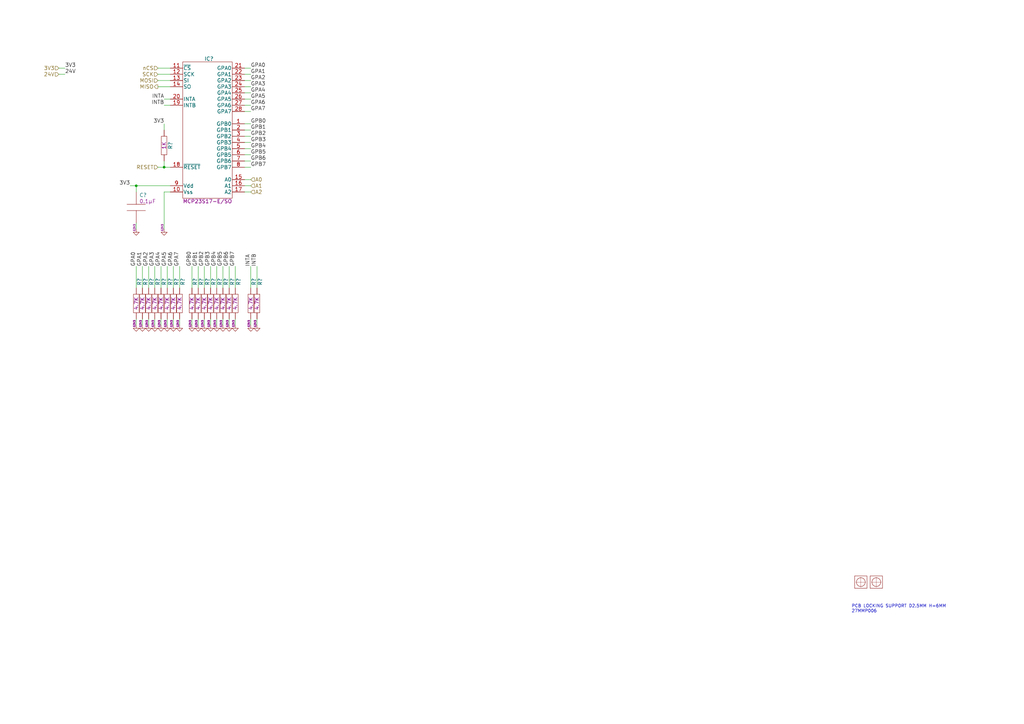
<source format=kicad_sch>
(kicad_sch (version 20230409) (generator eeschema)
  (paper "A3")
  (title_block (title "EOL ECU POWER CARD") (date "2023-04-03") (rev "0B") (company "ARXTRON TECHNOLOGIES") (comment 1 "A0180-V0") (comment 2 "PRJ22180") (comment 3 "EOL ECU RCM8 RCM9") (comment 4 "ANTON TOKARSKYI"))
  (lib_symbols
    (symbol "Capacitor_AVX:06035C104KAZ2A" (pin_numbers hide) (pin_names (offset 1.016))
      (property "Reference" "C" (at -5.08 1.27 90))
      (property "Nominal" "0.1µF" (at -2.54 1.27 90))
      (symbol "06035C104KAZ2A_0_1"
        (polyline (pts (xy -1.27 3.81) (xy -1.27 -3.81)))
        (polyline (pts (xy 1.27 3.81) (xy 1.27 -3.81)))
      )
      (symbol "06035C104KAZ2A_1_1"
        (pin passive line (at -6.35 0 0) (length 5.08) (name "~") (number "1"))
        (pin passive line (at 6.35 0 180) (length 5.08) (name "~") (number "2"))
      )
    )
    (symbol "Microchip:MCP23S17_E_SO" (pin_names (offset 0.254))
      (property "Reference" "IC" (at 0.635 20.32 0))
      (property "ManufacturerPartNumber" "MCP23S17-E/SO" (at 0 -38.1 0))
      (symbol "MCP23S17_E_SO_0_1"
        (rectangle (start -10.16 19.05) (end 10.16 -36.83))
      )
      (symbol "MCP23S17_E_SO_1_1"
        (pin passive line (at 15.24 -6.35 180) (length 5.08) (name "GPB0") (number "1"))
        (pin passive line (at -15.24 -34.29 0) (length 5.08) (name "Vss") (number "10"))
        (pin passive line (at -15.24 16.51 0) (length 5.08) (name "~{CS}") (number "11"))
        (pin passive line (at -15.24 13.97 0) (length 5.08) (name "SCK") (number "12"))
        (pin passive line (at -15.24 11.43 0) (length 5.08) (name "SI") (number "13"))
        (pin passive line (at -15.24 8.89 0) (length 5.08) (name "SO") (number "14"))
        (pin passive line (at 15.24 -29.21 180) (length 5.08) (name "A0") (number "15"))
        (pin passive line (at 15.24 -31.75 180) (length 5.08) (name "A1") (number "16"))
        (pin passive line (at 15.24 -34.29 180) (length 5.08) (name "A2") (number "17"))
        (pin passive line (at -15.24 -24.13 0) (length 5.08) (name "~{RESET}") (number "18"))
        (pin passive line (at -15.24 1.27 0) (length 5.08) (name "INTB") (number "19"))
        (pin passive line (at 15.24 -8.89 180) (length 5.08) (name "GPB1") (number "2"))
        (pin passive line (at -15.24 3.81 0) (length 5.08) (name "INTA") (number "20"))
        (pin passive line (at 15.24 16.51 180) (length 5.08) (name "GPA0") (number "21"))
        (pin passive line (at 15.24 13.97 180) (length 5.08) (name "GPA1") (number "22"))
        (pin passive line (at 15.24 11.43 180) (length 5.08) (name "GPA2") (number "23"))
        (pin passive line (at 15.24 8.89 180) (length 5.08) (name "GPA3") (number "24"))
        (pin passive line (at 15.24 6.35 180) (length 5.08) (name "GPA4") (number "25"))
        (pin passive line (at 15.24 3.81 180) (length 5.08) (name "GPA5") (number "26"))
        (pin passive line (at 15.24 1.27 180) (length 5.08) (name "GPA6") (number "27"))
        (pin passive line (at 15.24 -1.27 180) (length 5.08) (name "GPA7") (number "28"))
        (pin passive line (at 15.24 -11.43 180) (length 5.08) (name "GPB2") (number "3"))
        (pin passive line (at 15.24 -13.97 180) (length 5.08) (name "GPB3") (number "4"))
        (pin passive line (at 15.24 -16.51 180) (length 5.08) (name "GPB4") (number "5"))
        (pin passive line (at 15.24 -19.05 180) (length 5.08) (name "GPB5") (number "6"))
        (pin passive line (at 15.24 -21.59 180) (length 5.08) (name "GPB6") (number "7"))
        (pin passive line (at 15.24 -24.13 180) (length 5.08) (name "GPB7") (number "8"))
        (pin passive line (at -15.24 -31.75 0) (length 5.08) (name "Vdd") (number "9"))
      )
    )
    (symbol "Resistor_Yageo:RC0603FR-071KL" (pin_numbers hide) (pin_names (offset 1.016))
      (property "Reference" "R" (at 0 2.54 0))
      (property "Nominal" "1K" (at 0 0 0))
      (symbol "RC0603FR-071KL_1_1"
        (polyline (pts (xy -3.81 1.143) (xy 3.81 1.143) (xy 3.81 -1.143) (xy -3.81 -1.143) (xy -3.81 1.143)))
        (pin passive line (at -6.35 0 0) (length 2.54) (name "~") (number "1"))
        (pin passive line (at 6.35 0 180) (length 2.54) (name "~") (number "2"))
      )
    )
    (symbol "Resistor_Yageo:RC0603FR-074K7L" (pin_numbers hide) (pin_names (offset 1.016))
      (property "Reference" "R" (at 0 2.54 0))
      (property "Nominal" "4.7K" (at 0 0 0))
      (symbol "RC0603FR-074K7L_1_1"
        (polyline (pts (xy -3.81 1.143) (xy 3.81 1.143) (xy 3.81 -1.143) (xy -3.81 -1.143) (xy -3.81 1.143)))
        (pin passive line (at -6.35 0 0) (length 2.54) (name "~") (number "1"))
        (pin passive line (at 6.35 0 180) (length 2.54) (name "~") (number "2"))
      )
    )
    (symbol "_mounting_hole:MTGNPH250Z345K480" (pin_numbers hide) (pin_names (offset 1.016))
      (symbol "MTGNPH250Z345K480_0_1"
        (rectangle (start -2.54 2.54) (end 2.54 -2.54))
        (polyline (pts (xy -2.032 0) (xy 2.032 0)) (stroke (width 0.0762)))
        (polyline (pts (xy 0 2.032) (xy 0 -2.032)) (stroke (width 0.0762)))
        (circle (center 0 0) (radius 1.8034))
      )
    )
    (symbol "_power_symbol:GND_3V3" (power) (pin_names (offset 0))
      (property "ShortName" "G3V3" (at -0.762 0.635 90))
      (symbol "GND_3V3_0_1"
        (polyline (pts (xy 0 0) (xy 0 -1.27) (xy 1.27 -1.27) (xy 0 -2.54) (xy -1.27 -1.27) (xy 0 -1.27)))
      )
      (symbol "GND_3V3_1_1"
        (pin power_in line (at 0 0 270) (length 0) hide (name "GNDD") (number "1"))
      )
    )
  )
  (junction (at 67.31 68.58))
  (junction (at 55.88 76.2))
  (wire (pts (xy 58.42 118.11) (xy 58.42 109.22)))
  (wire (pts (xy 60.96 118.11) (xy 60.96 109.22)))
  (wire (pts (xy 67.31 93.98) (xy 67.31 78.74)))
  (wire (pts (xy 102.87 33.02) (xy 100.33 33.02)))
  (wire (pts (xy 71.12 118.11) (xy 71.12 109.22)))
  (wire (pts (xy 93.98 118.11) (xy 93.98 109.22)))
  (wire (pts (xy 73.66 133.35) (xy 73.66 130.81)))
  (wire (pts (xy 69.85 27.94) (xy 64.77 27.94)))
  (wire (pts (xy 55.88 76.2) (xy 69.85 76.2)))
  (wire (pts (xy 67.31 78.74) (xy 69.85 78.74)))
  (wire (pts (xy 105.41 109.22) (xy 105.41 118.11)))
  (wire (pts (xy 55.88 78.74) (xy 55.88 76.2)))
  (wire (pts (xy 100.33 66.04) (xy 102.87 66.04)))
  (wire (pts (xy 105.41 133.35) (xy 105.41 130.81)))
  (wire (pts (xy 73.66 118.11) (xy 73.66 109.22)))
  (wire (pts (xy 81.28 133.35) (xy 81.28 130.81)))
  (wire (pts (xy 60.96 133.35) (xy 60.96 130.81)))
  (wire (pts (xy 102.87 45.72) (xy 100.33 45.72)))
  (wire (pts (xy 100.33 58.42) (xy 102.87 58.42)))
  (wire (pts (xy 93.98 133.35) (xy 93.98 130.81)))
  (wire (pts (xy 102.87 55.88) (xy 100.33 55.88)))
  (wire (pts (xy 83.82 118.11) (xy 83.82 109.22)))
  (wire (pts (xy 53.34 76.2) (xy 55.88 76.2)))
  (wire (pts (xy 100.33 43.18) (xy 102.87 43.18)))
  (wire (pts (xy 64.77 68.58) (xy 67.31 68.58)))
  (wire (pts (xy 88.9 118.11) (xy 88.9 109.22)))
  (wire (pts (xy 68.58 133.35) (xy 68.58 130.81)))
  (wire (pts (xy 68.58 118.11) (xy 68.58 109.22)))
  (wire (pts (xy 102.87 133.35) (xy 102.87 130.81)))
  (wire (pts (xy 102.87 73.66) (xy 100.33 73.66)))
  (wire (pts (xy 69.85 68.58) (xy 67.31 68.58)))
  (wire (pts (xy 78.74 118.11) (xy 78.74 109.22)))
  (wire (pts (xy 63.5 118.11) (xy 63.5 109.22)))
  (wire (pts (xy 81.28 118.11) (xy 81.28 109.22)))
  (wire (pts (xy 24.13 30.48) (xy 26.67 30.48)))
  (wire (pts (xy 64.77 30.48) (xy 69.85 30.48)))
  (wire (pts (xy 96.52 118.11) (xy 96.52 109.22)))
  (wire (pts (xy 102.87 50.8) (xy 100.33 50.8)))
  (wire (pts (xy 71.12 133.35) (xy 71.12 130.81)))
  (wire (pts (xy 102.87 68.58) (xy 100.33 68.58)))
  (wire (pts (xy 91.44 133.35) (xy 91.44 130.81)))
  (wire (pts (xy 55.88 133.35) (xy 55.88 130.81)))
  (wire (pts (xy 55.88 118.11) (xy 55.88 109.22)))
  (wire (pts (xy 63.5 133.35) (xy 63.5 130.81)))
  (wire (pts (xy 83.82 133.35) (xy 83.82 130.81)))
  (wire (pts (xy 67.31 68.58) (xy 67.31 66.04)))
  (wire (pts (xy 100.33 53.34) (xy 102.87 53.34)))
  (wire (pts (xy 64.77 35.56) (xy 69.85 35.56)))
  (wire (pts (xy 78.74 133.35) (xy 78.74 130.81)))
  (wire (pts (xy 66.04 118.11) (xy 66.04 109.22)))
  (wire (pts (xy 100.33 35.56) (xy 102.87 35.56)))
  (wire (pts (xy 88.9 133.35) (xy 88.9 130.81)))
  (wire (pts (xy 102.87 63.5) (xy 100.33 63.5)))
  (wire (pts (xy 102.87 109.22) (xy 102.87 118.11)))
  (wire (pts (xy 102.87 40.64) (xy 100.33 40.64)))
  (wire (pts (xy 67.31 50.8) (xy 67.31 53.34)))
  (wire (pts (xy 69.85 40.64) (xy 67.31 40.64)))
  (wire (pts (xy 66.04 133.35) (xy 66.04 130.81)))
  (wire (pts (xy 102.87 78.74) (xy 100.33 78.74)))
  (wire (pts (xy 100.33 30.48) (xy 102.87 30.48)))
  (wire (pts (xy 67.31 43.18) (xy 69.85 43.18)))
  (wire (pts (xy 86.36 118.11) (xy 86.36 109.22)))
  (wire (pts (xy 86.36 133.35) (xy 86.36 130.81)))
  (wire (pts (xy 102.87 27.94) (xy 100.33 27.94)))
  (wire (pts (xy 91.44 118.11) (xy 91.44 109.22)))
  (wire (pts (xy 69.85 33.02) (xy 64.77 33.02)))
  (wire (pts (xy 55.88 91.44) (xy 55.88 93.98)))
  (wire (pts (xy 100.33 76.2) (xy 102.87 76.2)))
  (wire (pts (xy 58.42 133.35) (xy 58.42 130.81)))
  (wire (pts (xy 96.52 133.35) (xy 96.52 130.81)))
  (wire (pts (xy 26.67 27.94) (xy 24.13 27.94)))
  (wire (pts (xy 102.87 60.96) (xy 100.33 60.96)))
  (wire (pts (xy 102.87 38.1) (xy 100.33 38.1)))
  (text "TODO:\n\n- INTERRUPT OUTPUT CAN BE CONFIGURED AS ACTIVE-HIGH, ACTIVE-LOW OR OPEN-DRAIN\n - VSUP (FOR RELAY'S COIL ...) AND 3V3 (MICROCONTROLLER, MCP ...)\n\n\n\n" (at 39.37 -3.81 0) (effects (font (size 3.048 3.048)) (justify left bottom)))
  (text "PCB LOCKING SUPPORT D2.5MM H=6MM  \n27MMP006" (at 349.25 251.46 0) (effects (font (size 1.27 1.27)) (justify left bottom)))
  (label "GPB3" (at 86.36 109.22 90) (effects (font (size 1.524 1.524))))
  (label "GPB5" (at 91.44 109.22 90) (effects (font (size 1.524 1.524))))
  (label "GPA5" (at 102.87 40.64 0) (effects (font (size 1.524 1.524))))
  (label "INTA" (at 67.31 40.64 180) (effects (font (size 1.524 1.524))))
  (label "GPA2" (at 102.87 33.02 0) (effects (font (size 1.524 1.524))))
  (label "GPB5" (at 102.87 63.5 0) (effects (font (size 1.524 1.524))))
  (label "GPA2" (at 60.96 109.22 90) (effects (font (size 1.524 1.524))))
  (label "GPB2" (at 102.87 55.88 0) (effects (font (size 1.524 1.524))))
  (label "GPA5" (at 68.58 109.22 90) (effects (font (size 1.524 1.524))))
  (label "GPA7" (at 73.66 109.22 90) (effects (font (size 1.524 1.524))))
  (label "GPA6" (at 102.87 43.18 0) (effects (font (size 1.524 1.524))))
  (label "GPB6" (at 93.98 109.22 90) (effects (font (size 1.524 1.524))))
  (label "GPB1" (at 102.87 53.34 0) (effects (font (size 1.524 1.524))))
  (label "GPB6" (at 102.87 66.04 0) (effects (font (size 1.524 1.524))))
  (label "GPA3" (at 63.5 109.22 90) (effects (font (size 1.524 1.524))))
  (label "GPA4" (at 102.87 38.1 0) (effects (font (size 1.524 1.524))))
  (label "GPA3" (at 102.87 35.56 0) (effects (font (size 1.524 1.524))))
  (label "GPB0" (at 78.74 109.22 90) (effects (font (size 1.524 1.524))))
  (label "3V3" (at 26.67 27.94 0) (effects (font (size 1.524 1.524))))
  (label "3V3" (at 53.34 76.2 180) (effects (font (size 1.524 1.524))))
  (label "INTB" (at 105.41 109.22 90) (effects (font (size 1.524 1.524))))
  (label "GPA7" (at 102.87 45.72 0) (effects (font (size 1.524 1.524))))
  (label "GPB7" (at 102.87 68.58 0) (effects (font (size 1.524 1.524))))
  (label "24V" (at 26.67 30.48 0) (effects (font (size 1.524 1.524))))
  (label "GPB4" (at 88.9 109.22 90) (effects (font (size 1.524 1.524))))
  (label "GPA0" (at 55.88 109.22 90) (effects (font (size 1.524 1.524))))
  (label "GPB3" (at 102.87 58.42 0) (effects (font (size 1.524 1.524))))
  (label "GPA1" (at 102.87 30.48 0) (effects (font (size 1.524 1.524))))
  (label "GPB1" (at 81.28 109.22 90) (effects (font (size 1.524 1.524))))
  (label "3V3" (at 67.31 50.8 180) (effects (font (size 1.524 1.524))))
  (label "GPA4" (at 66.04 109.22 90) (effects (font (size 1.524 1.524))))
  (label "GPA6" (at 71.12 109.22 90) (effects (font (size 1.524 1.524))))
  (label "GPA1" (at 58.42 109.22 90) (effects (font (size 1.524 1.524))))
  (label "GPA0" (at 102.87 27.94 0) (effects (font (size 1.524 1.524))))
  (label "INTB" (at 67.31 43.18 180) (effects (font (size 1.524 1.524))))
  (label "INTA" (at 102.87 109.22 90) (effects (font (size 1.524 1.524))))
  (label "GPB4" (at 102.87 60.96 0) (effects (font (size 1.524 1.524))))
  (label "GPB2" (at 83.82 109.22 90) (effects (font (size 1.524 1.524))))
  (label "GPB0" (at 102.87 50.8 0) (effects (font (size 1.524 1.524))))
  (label "GPB7" (at 96.52 109.22 90) (effects (font (size 1.524 1.524))))
  (hierarchical_label "A0" (shape input) (at 102.87 73.66 0) (effects (font (size 1.524 1.524))))
  (hierarchical_label "3V3" (shape input) (at 24.13 27.94 180) (effects (font (size 1.524 1.524))))
  (hierarchical_label "SCK" (shape input) (at 64.77 30.48 180) (effects (font (size 1.524 1.524))))
  (hierarchical_label "nCS" (shape input) (at 64.77 27.94 180) (effects (font (size 1.524 1.524))))
  (hierarchical_label "A1" (shape input) (at 102.87 76.2 0) (effects (font (size 1.524 1.524))))
  (hierarchical_label "MISO" (shape output) (at 64.77 35.56 180) (effects (font (size 1.524 1.524))))
  (hierarchical_label "RESET" (shape input) (at 64.77 68.58 180) (effects (font (size 1.524 1.524))))
  (hierarchical_label "A2" (shape input) (at 102.87 78.74 0) (effects (font (size 1.524 1.524))))
  (hierarchical_label "MOSI" (shape input) (at 64.77 33.02 180) (effects (font (size 1.524 1.524))))
  (hierarchical_label "24V" (shape input) (at 24.13 30.48 180) (effects (font (size 1.524 1.524))))
  (symbol (lib_id "Capacitor_AVX:06035C104KAZ2A") (at 55.88 85.09 270) (unit 1)
    (property "Reference" "C?" (at 57.15 80.01 90) (effects (font (size 1.524 1.524)) (justify left)))
    (property "Value" "06035C104KAZ2A" (effects hide))
    (property "Footprint" "Capacitor_AVX:CAPC1608X90N" (effects hide))
    (property "Tolerance" "±10%" (effects hide))
    (property "Nominal" "0.1µF" (at 57.15 82.55 90) (effects (font (size 1.524 1.524)) (justify left)))
    (property "SupplierDevicePackage" "C0603" (effects hide))
    (property "Voltage" "50V" (effects hide))
    (property "SupllierPartNumber" "478-3352-1-ND" (effects hide))
    (property "Supplier" "Digi-Key" (effects hide))
    (property "ManufacturerPartNumber" "06035C104KAZ2A" (effects hide))
    (property "Manufacturer" "AVX Corporation" (effects hide))
    (property "Type" "X7R" (effects hide))
    (property "Description" "CAP CER 0.1UF 50V X7R 0603" (effects hide))
    (property "SupplierPartNumber" "478-3540-1-ND" (effects hide))
    (instances (project "A0180_eol_ecu_mix" (path "" (reference "C?") (unit 1)) (path "" (reference "C?") (unit 1)) (path "" (reference "C?") (unit 1)) (path "" (reference "C69") (unit 1)) (path "" (reference "C1") (unit 1)) (path "" (reference "C37") (unit 1))))
  )
  (symbol (lib_id "Resistor_Yageo:RC0603FR-074K7L") (at 86.36 124.46 270) (unit 1)
    (property "Reference" "R?" (at 87.63 115.57 0) (effects (font (size 1.524 1.524))))
    (property "Value" "RC0603FR-074K7L" (effects hide))
    (property "Footprint" "Resistor_Yageo_RC:RESC1608X65N" (effects hide))
    (property "SupplierDevicePackage" "R0603" (effects hide))
    (property "ManufacturerPartNumber" "RC0603FR-074K7L" (effects hide))
    (property "SupllierPartNumber" "311-4.7KARCT-ND" (effects hide))
    (property "Supplier" "Digi-Key" (effects hide))
    (property "Power" "1/10W" (effects hide))
    (property "Nominal" "4.7K" (at 86.36 124.46 0) (effects (font (size 1.524 1.524))))
    (property "Manufacturer" "Yageo" (effects hide))
    (property "Tolerance" "5%" (effects hide))
    (property "Description" "RES SMD 4.7K OHM 1% 1/10W 0603" (effects hide))
    (property "SupplierPartNumber" "311-4.70KHRTR-ND" (effects hide))
    (instances (project "A0180_eol_ecu_mix" (path "" (reference "R?") (unit 1)) (path "" (reference "R340") (unit 1)) (path "" (reference "R65") (unit 1)) (path "" (reference "R131") (unit 1))))
  )
  (symbol (lib_id "_power_symbol:GND_3V3") (at 66.04 133.35 0) (unit 1)
    (property "Reference" "#PWR?" (effects hide))
    (property "Value" "GNDD" (effects hide))
    (property "ShortName" "G3V3" (at 65.278 132.715 90) (effects (font (size 0.762 0.762))))
    (instances (project "A0180_eol_ecu_mix" (path "" (reference "#PWR?") (unit 1)) (path "" (reference "#PWR0219") (unit 1)) (path "" (reference "#PWR040") (unit 1)) (path "" (reference "#PWR0192") (unit 1))))
  )
  (symbol (lib_id "_power_symbol:GND_3V3") (at 63.5 133.35 0) (unit 1)
    (property "Reference" "#PWR?" (effects hide))
    (property "Value" "GNDD" (effects hide))
    (property "ShortName" "G3V3" (at 62.738 132.715 90) (effects (font (size 0.762 0.762))))
    (instances (project "A0180_eol_ecu_mix" (path "" (reference "#PWR?") (unit 1)) (path "" (reference "#PWR0218") (unit 1)) (path "" (reference "#PWR018") (unit 1)) (path "" (reference "#PWR0191") (unit 1))))
  )
  (symbol (lib_id "Microchip:MCP23S17_E_SO") (at 85.09 44.45 0) (unit 1)
    (property "Reference" "IC?" (at 85.725 24.13 0) (effects (font (size 1.524 1.524))))
    (property "Value" "MCP23S17_E_SO" (effects hide))
    (property "Footprint" "_Microchip:SOIC28P127_1786X1034X264L83X43N" (effects hide))
    (property "SupplierDevicePackage" "28-SOIC (0.295\" 7.50mm Width)" (effects hide))
    (property "SupllierPartNumber" "MCP23S17-E/SO-ND" (effects hide))
    (property "Supplier" "Digi-Key" (effects hide))
    (property "ManufacturerPartNumber" "MCP23S17-E/SO" (at 85.09 82.55 0) (effects (font (size 1.524 1.524))))
    (property "Manufacturer" "Microchip Technology" (effects hide))
    (property "Description" "IC I/O EXPANDER SPI 16B 28SOIC" (effects hide))
    (property "SupplierPartNumber" "MCP23S17-E/SO-ND" (effects hide))
    (instances (project "A0180_eol_ecu_mix" (path "" (reference "IC?") (unit 1)) (path "" (reference "IC?") (unit 1)) (path "" (reference "IC9") (unit 1)) (path "" (reference "IC3") (unit 1)) (path "" (reference "IC4") (unit 1))))
  )
  (symbol (lib_id "_power_symbol:GND_3V3") (at 60.96 133.35 0) (unit 1)
    (property "Reference" "#PWR?" (effects hide))
    (property "Value" "GNDD" (effects hide))
    (property "ShortName" "G3V3" (at 60.198 132.715 90) (effects (font (size 0.762 0.762))))
    (instances (project "A0180_eol_ecu_mix" (path "" (reference "#PWR?") (unit 1)) (path "" (reference "#PWR0217") (unit 1)) (path "" (reference "#PWR014") (unit 1)) (path "" (reference "#PWR0190") (unit 1))))
  )
  (symbol (lib_id "Resistor_Yageo:RC0603FR-074K7L") (at 102.87 124.46 270) (unit 1)
    (property "Reference" "R?" (at 104.14 115.57 0) (effects (font (size 1.524 1.524))))
    (property "Value" "RC0603FR-074K7L" (effects hide))
    (property "Footprint" "Resistor_Yageo_RC:RESC1608X65N" (effects hide))
    (property "SupplierDevicePackage" "R0603" (effects hide))
    (property "ManufacturerPartNumber" "RC0603FR-074K7L" (effects hide))
    (property "SupllierPartNumber" "311-4.7KARCT-ND" (effects hide))
    (property "Supplier" "Digi-Key" (effects hide))
    (property "Power" "1/10W" (effects hide))
    (property "Nominal" "4.7K" (at 102.87 124.46 0) (effects (font (size 1.524 1.524))))
    (property "Manufacturer" "Yageo" (effects hide))
    (property "Tolerance" "5%" (effects hide))
    (property "Description" "RES SMD 4.7K OHM 1% 1/10W 0603" (effects hide))
    (property "SupplierPartNumber" "311-4.70KHRTR-ND" (effects hide))
    (instances (project "A0180_eol_ecu_mix" (path "" (reference "R?") (unit 1)) (path "" (reference "R345") (unit 1)) (path "" (reference "R71") (unit 1)) (path "" (reference "R137") (unit 1))))
  )
  (symbol (lib_id "Resistor_Yageo:RC0603FR-074K7L") (at 60.96 124.46 270) (unit 1)
    (property "Reference" "R?" (at 62.23 115.57 0) (effects (font (size 1.524 1.524))))
    (property "Value" "RC0603FR-074K7L" (effects hide))
    (property "Footprint" "Resistor_Yageo_RC:RESC1608X65N" (effects hide))
    (property "SupplierDevicePackage" "R0603" (effects hide))
    (property "ManufacturerPartNumber" "RC0603FR-074K7L" (effects hide))
    (property "SupllierPartNumber" "311-4.7KARCT-ND" (effects hide))
    (property "Supplier" "Digi-Key" (effects hide))
    (property "Power" "1/10W" (effects hide))
    (property "Nominal" "4.7K" (at 60.96 124.46 0) (effects (font (size 1.524 1.524))))
    (property "Manufacturer" "Yageo" (effects hide))
    (property "Tolerance" "5%" (effects hide))
    (property "Description" "RES SMD 4.7K OHM 1% 1/10W 0603" (effects hide))
    (property "SupplierPartNumber" "311-4.70KHRTR-ND" (effects hide))
    (instances (project "A0180_eol_ecu_mix" (path "" (reference "R?") (unit 1)) (path "" (reference "R330") (unit 1)) (path "" (reference "R55") (unit 1)) (path "" (reference "R119") (unit 1))))
  )
  (symbol (lib_id "_power_symbol:GND_3V3") (at 81.28 133.35 0) (unit 1)
    (property "Reference" "#PWR?" (effects hide))
    (property "Value" "GNDD" (effects hide))
    (property "ShortName" "G3V3" (at 80.518 132.715 90) (effects (font (size 0.762 0.762))))
    (instances (project "A0180_eol_ecu_mix" (path "" (reference "#PWR?") (unit 1)) (path "" (reference "#PWR0225") (unit 1)) (path "" (reference "#PWR0155") (unit 1)) (path "" (reference "#PWR0198") (unit 1))))
  )
  (symbol (lib_id "Resistor_Yageo:RC0603FR-074K7L") (at 58.42 124.46 270) (unit 1)
    (property "Reference" "R?" (at 59.69 115.57 0) (effects (font (size 1.524 1.524))))
    (property "Value" "RC0603FR-074K7L" (effects hide))
    (property "Footprint" "Resistor_Yageo_RC:RESC1608X65N" (effects hide))
    (property "SupplierDevicePackage" "R0603" (effects hide))
    (property "ManufacturerPartNumber" "RC0603FR-074K7L" (effects hide))
    (property "SupllierPartNumber" "311-4.7KARCT-ND" (effects hide))
    (property "Supplier" "Digi-Key" (effects hide))
    (property "Power" "1/10W" (effects hide))
    (property "Nominal" "4.7K" (at 58.42 124.46 0) (effects (font (size 1.524 1.524))))
    (property "Manufacturer" "Yageo" (effects hide))
    (property "Tolerance" "5%" (effects hide))
    (property "Description" "RES SMD 4.7K OHM 1% 1/10W 0603" (effects hide))
    (property "SupplierPartNumber" "311-4.70KHRTR-ND" (effects hide))
    (instances (project "A0180_eol_ecu_mix" (path "" (reference "R?") (unit 1)) (path "" (reference "R329") (unit 1)) (path "" (reference "R54") (unit 1)) (path "" (reference "R118") (unit 1))))
  )
  (symbol (lib_id "Resistor_Yageo:RC0603FR-074K7L") (at 66.04 124.46 270) (unit 1)
    (property "Reference" "R?" (at 67.31 115.57 0) (effects (font (size 1.524 1.524))))
    (property "Value" "RC0603FR-074K7L" (effects hide))
    (property "Footprint" "Resistor_Yageo_RC:RESC1608X65N" (effects hide))
    (property "SupplierDevicePackage" "R0603" (effects hide))
    (property "ManufacturerPartNumber" "RC0603FR-074K7L" (effects hide))
    (property "SupllierPartNumber" "311-4.7KARCT-ND" (effects hide))
    (property "Supplier" "Digi-Key" (effects hide))
    (property "Power" "1/10W" (effects hide))
    (property "Nominal" "4.7K" (at 66.04 124.46 0) (effects (font (size 1.524 1.524))))
    (property "Manufacturer" "Yageo" (effects hide))
    (property "Tolerance" "5%" (effects hide))
    (property "Description" "RES SMD 4.7K OHM 1% 1/10W 0603" (effects hide))
    (property "SupplierPartNumber" "311-4.70KHRTR-ND" (effects hide))
    (instances (project "A0180_eol_ecu_mix" (path "" (reference "R?") (unit 1)) (path "" (reference "R332") (unit 1)) (path "" (reference "R57") (unit 1)) (path "" (reference "R122") (unit 1))))
  )
  (symbol (lib_id "Resistor_Yageo:RC0603FR-074K7L") (at 63.5 124.46 270) (unit 1)
    (property "Reference" "R?" (at 64.77 115.57 0) (effects (font (size 1.524 1.524))))
    (property "Value" "RC0603FR-074K7L" (effects hide))
    (property "Footprint" "Resistor_Yageo_RC:RESC1608X65N" (effects hide))
    (property "SupplierDevicePackage" "R0603" (effects hide))
    (property "ManufacturerPartNumber" "RC0603FR-074K7L" (effects hide))
    (property "SupllierPartNumber" "311-4.7KARCT-ND" (effects hide))
    (property "Supplier" "Digi-Key" (effects hide))
    (property "Power" "1/10W" (effects hide))
    (property "Nominal" "4.7K" (at 63.5 124.46 0) (effects (font (size 1.524 1.524))))
    (property "Manufacturer" "Yageo" (effects hide))
    (property "Tolerance" "5%" (effects hide))
    (property "Description" "RES SMD 4.7K OHM 1% 1/10W 0603" (effects hide))
    (property "SupplierPartNumber" "311-4.70KHRTR-ND" (effects hide))
    (instances (project "A0180_eol_ecu_mix" (path "" (reference "R?") (unit 1)) (path "" (reference "R331") (unit 1)) (path "" (reference "R56") (unit 1)) (path "" (reference "R120") (unit 1))))
  )
  (symbol (lib_id "_power_symbol:GND_3V3") (at 58.42 133.35 0) (unit 1)
    (property "Reference" "#PWR?" (effects hide))
    (property "Value" "GNDD" (effects hide))
    (property "ShortName" "G3V3" (at 57.658 132.715 90) (effects (font (size 0.762 0.762))))
    (instances (project "A0180_eol_ecu_mix" (path "" (reference "#PWR?") (unit 1)) (path "" (reference "#PWR0216") (unit 1)) (path "" (reference "#PWR04") (unit 1)) (path "" (reference "#PWR0188") (unit 1))))
  )
  (symbol (lib_id "Resistor_Yageo:RC0603FR-074K7L") (at 88.9 124.46 270) (unit 1)
    (property "Reference" "R?" (at 90.17 115.57 0) (effects (font (size 1.524 1.524))))
    (property "Value" "RC0603FR-074K7L" (effects hide))
    (property "Footprint" "Resistor_Yageo_RC:RESC1608X65N" (effects hide))
    (property "SupplierDevicePackage" "R0603" (effects hide))
    (property "ManufacturerPartNumber" "RC0603FR-074K7L" (effects hide))
    (property "SupllierPartNumber" "311-4.7KARCT-ND" (effects hide))
    (property "Supplier" "Digi-Key" (effects hide))
    (property "Power" "1/10W" (effects hide))
    (property "Nominal" "4.7K" (at 88.9 124.46 0) (effects (font (size 1.524 1.524))))
    (property "Manufacturer" "Yageo" (effects hide))
    (property "Tolerance" "5%" (effects hide))
    (property "Description" "RES SMD 4.7K OHM 1% 1/10W 0603" (effects hide))
    (property "SupplierPartNumber" "311-4.70KHRTR-ND" (effects hide))
    (instances (project "A0180_eol_ecu_mix" (path "" (reference "R?") (unit 1)) (path "" (reference "R341") (unit 1)) (path "" (reference "R66") (unit 1)) (path "" (reference "R133") (unit 1))))
  )
  (symbol (lib_id "_power_symbol:GND_3V3") (at 83.82 133.35 0) (unit 1)
    (property "Reference" "#PWR?" (effects hide))
    (property "Value" "GNDD" (effects hide))
    (property "ShortName" "G3V3" (at 83.058 132.715 90) (effects (font (size 0.762 0.762))))
    (instances (project "A0180_eol_ecu_mix" (path "" (reference "#PWR?") (unit 1)) (path "" (reference "#PWR0226") (unit 1)) (path "" (reference "#PWR0156") (unit 1)) (path "" (reference "#PWR0199") (unit 1))))
  )
  (symbol (lib_id "Resistor_Yageo:RC0603FR-074K7L") (at 73.66 124.46 270) (unit 1)
    (property "Reference" "R?" (at 74.93 115.57 0) (effects (font (size 1.524 1.524))))
    (property "Value" "RC0603FR-074K7L" (effects hide))
    (property "Footprint" "Resistor_Yageo_RC:RESC1608X65N" (effects hide))
    (property "SupplierDevicePackage" "R0603" (effects hide))
    (property "ManufacturerPartNumber" "RC0603FR-074K7L" (effects hide))
    (property "SupllierPartNumber" "311-4.7KARCT-ND" (effects hide))
    (property "Supplier" "Digi-Key" (effects hide))
    (property "Power" "1/10W" (effects hide))
    (property "Nominal" "4.7K" (at 73.66 124.46 0) (effects (font (size 1.524 1.524))))
    (property "Manufacturer" "Yageo" (effects hide))
    (property "Tolerance" "5%" (effects hide))
    (property "Description" "RES SMD 4.7K OHM 1% 1/10W 0603" (effects hide))
    (property "SupplierPartNumber" "311-4.70KHRTR-ND" (effects hide))
    (instances (project "A0180_eol_ecu_mix" (path "" (reference "R?") (unit 1)) (path "" (reference "R336") (unit 1)) (path "" (reference "R61") (unit 1)) (path "" (reference "R127") (unit 1))))
  )
  (symbol (lib_id "_power_symbol:GND_3V3") (at 96.52 133.35 0) (unit 1)
    (property "Reference" "#PWR?" (effects hide))
    (property "Value" "GNDD" (effects hide))
    (property "ShortName" "G3V3" (at 95.758 132.715 90) (effects (font (size 0.762 0.762))))
    (instances (project "A0180_eol_ecu_mix" (path "" (reference "#PWR?") (unit 1)) (path "" (reference "#PWR0231") (unit 1)) (path "" (reference "#PWR0165") (unit 1)) (path "" (reference "#PWR0204") (unit 1))))
  )
  (symbol (lib_id "Resistor_Yageo:RC0603FR-074K7L") (at 68.58 124.46 270) (unit 1)
    (property "Reference" "R?" (at 69.85 115.57 0) (effects (font (size 1.524 1.524))))
    (property "Value" "RC0603FR-074K7L" (effects hide))
    (property "Footprint" "Resistor_Yageo_RC:RESC1608X65N" (effects hide))
    (property "SupplierDevicePackage" "R0603" (effects hide))
    (property "ManufacturerPartNumber" "RC0603FR-074K7L" (effects hide))
    (property "SupllierPartNumber" "311-4.7KARCT-ND" (effects hide))
    (property "Supplier" "Digi-Key" (effects hide))
    (property "Power" "1/10W" (effects hide))
    (property "Nominal" "4.7K" (at 68.58 124.46 0) (effects (font (size 1.524 1.524))))
    (property "Manufacturer" "Yageo" (effects hide))
    (property "Tolerance" "5%" (effects hide))
    (property "Description" "RES SMD 4.7K OHM 1% 1/10W 0603" (effects hide))
    (property "SupplierPartNumber" "311-4.70KHRTR-ND" (effects hide))
    (instances (project "A0180_eol_ecu_mix" (path "" (reference "R?") (unit 1)) (path "" (reference "R333") (unit 1)) (path "" (reference "R59") (unit 1)) (path "" (reference "R125") (unit 1))))
  )
  (symbol (lib_id "_power_symbol:GND_3V3") (at 55.88 93.98 0) (unit 1)
    (property "Reference" "#PWR?" (effects hide))
    (property "Value" "GNDD" (effects hide))
    (property "ShortName" "G3V3" (at 55.118 93.345 90) (effects (font (size 0.762 0.762))))
    (instances (project "A0180_eol_ecu_mix" (path "" (reference "#PWR?") (unit 1)) (path "" (reference "#PWR?") (unit 1)) (path "" (reference "#PWR0237") (unit 1)) (path "" (reference "#PWR013") (unit 1)) (path "" (reference "#PWR0189") (unit 1))))
  )
  (symbol (lib_id "Resistor_Yageo:RC0603FR-074K7L") (at 105.41 124.46 270) (unit 1)
    (property "Reference" "R?" (at 106.68 115.57 0) (effects (font (size 1.524 1.524))))
    (property "Value" "RC0603FR-074K7L" (effects hide))
    (property "Footprint" "Resistor_Yageo_RC:RESC1608X65N" (effects hide))
    (property "SupplierDevicePackage" "R0603" (effects hide))
    (property "ManufacturerPartNumber" "RC0603FR-074K7L" (effects hide))
    (property "SupllierPartNumber" "311-4.7KARCT-ND" (effects hide))
    (property "Supplier" "Digi-Key" (effects hide))
    (property "Power" "1/10W" (effects hide))
    (property "Nominal" "4.7K" (at 105.41 124.46 0) (effects (font (size 1.524 1.524))))
    (property "Manufacturer" "Yageo" (effects hide))
    (property "Tolerance" "5%" (effects hide))
    (property "Description" "RES SMD 4.7K OHM 1% 1/10W 0603" (effects hide))
    (property "SupplierPartNumber" "311-4.70KHRTR-ND" (effects hide))
    (instances (project "A0180_eol_ecu_mix" (path "" (reference "R?") (unit 1)) (path "" (reference "R346") (unit 1)) (path "" (reference "R72") (unit 1)) (path "" (reference "R138") (unit 1))))
  )
  (symbol (lib_id "_mounting_hole:MTGNPH250Z345K480") (at 353.06 238.76 0) (unit 1)
    (property "Reference" "MH3" (effects hide))
    (property "Value" "MTGNPH250Z345K480" (effects hide))
    (property "Footprint" "_mounting_holes:MTGNPH250Z345K480" (effects hide))
    (property "Description" "MOUNTING HOLE NON-PLATED 2.5 MM DIA. HOLE KEEPOUT 4.8 MM DIA." (effects hide))
    (property "ManufacturerPartNumber" "NA" (effects hide))
    (property "Manufacturer" "Arxtron" (effects hide))
    (property "SupplierPartNumber" "NA" (effects hide))
    (property "Supplier" "Arxtron" (effects hide))
    (instances (project "A0180_eol_ecu_mix" (path "" (reference "MH3") (unit 1)) (path "" (reference "MH1") (unit 1)) (path "" (reference "MH5") (unit 1))))
  )
  (symbol (lib_id "_power_symbol:GND_3V3") (at 88.9 133.35 0) (unit 1)
    (property "Reference" "#PWR?" (effects hide))
    (property "Value" "GNDD" (effects hide))
    (property "ShortName" "G3V3" (at 88.138 132.715 90) (effects (font (size 0.762 0.762))))
    (instances (project "A0180_eol_ecu_mix" (path "" (reference "#PWR?") (unit 1)) (path "" (reference "#PWR0228") (unit 1)) (path "" (reference "#PWR0162") (unit 1)) (path "" (reference "#PWR0201") (unit 1))))
  )
  (symbol (lib_id "Resistor_Yageo:RC0603FR-071KL") (at 67.31 59.69 90) (unit 1)
    (property "Reference" "R?" (at 69.85 59.69 0) (effects (font (size 1.524 1.524))))
    (property "Value" "RC0603FR-071KL" (effects hide))
    (property "Footprint" "Resistor_Yageo_RC:RESC1608X65N" (effects hide))
    (property "SupplierDevicePackage" "R0603" (effects hide))
    (property "ManufacturerPartNumber" "RC0603FR-071KL" (effects hide))
    (property "SupllierPartNumber" "311-1.00KCRCT-ND" (effects hide))
    (property "Supplier" "Digi-Key" (effects hide))
    (property "Power" "1/10W" (effects hide))
    (property "Nominal" "1K" (at 67.31 59.69 0) (effects (font (size 1.524 1.524))))
    (property "Manufacturer" "Yageo" (effects hide))
    (property "Tolerance" "1%" (effects hide))
    (property "Description" "RES SMD 1K OHM 1% 1/10W 0603" (effects hide))
    (property "SupplierPartNumber" "311-1.00KHRTR-ND" (effects hide))
    (instances (project "A0180_eol_ecu_mix" (path "" (reference "R?") (unit 1)) (path "" (reference "R334") (unit 1)) (path "" (reference "R58") (unit 1)) (path "" (reference "R124") (unit 1))))
  )
  (symbol (lib_id "_mounting_hole:MTGNPH250Z345K480") (at 359.41 238.76 0) (unit 1)
    (property "Reference" "MH4" (effects hide))
    (property "Value" "MTGNPH250Z345K480" (effects hide))
    (property "Footprint" "_mounting_holes:MTGNPH250Z345K480" (effects hide))
    (property "Description" "MOUNTING HOLE NON-PLATED 2.5 MM DIA. HOLE KEEPOUT 4.8 MM DIA." (effects hide))
    (property "ManufacturerPartNumber" "NA" (effects hide))
    (property "Manufacturer" "Arxtron" (effects hide))
    (property "SupplierPartNumber" "NA" (effects hide))
    (property "Supplier" "Arxtron" (effects hide))
    (instances (project "A0180_eol_ecu_mix" (path "" (reference "MH4") (unit 1)) (path "" (reference "MH2") (unit 1)) (path "" (reference "MH6") (unit 1))))
  )
  (symbol (lib_id "_power_symbol:GND_3V3") (at 67.31 93.98 0) (unit 1)
    (property "Reference" "#PWR?" (effects hide))
    (property "Value" "GNDD" (effects hide))
    (property "ShortName" "G3V3" (at 66.548 93.345 90) (effects (font (size 0.762 0.762))))
    (instances (project "A0180_eol_ecu_mix" (path "" (reference "#PWR?") (unit 1)) (path "" (reference "#PWR0221") (unit 1)) (path "" (reference "#PWR043") (unit 1)) (path "" (reference "#PWR0194") (unit 1))))
  )
  (symbol (lib_id "_power_symbol:GND_3V3") (at 93.98 133.35 0) (unit 1)
    (property "Reference" "#PWR?" (effects hide))
    (property "Value" "GNDD" (effects hide))
    (property "ShortName" "G3V3" (at 93.218 132.715 90) (effects (font (size 0.762 0.762))))
    (instances (project "A0180_eol_ecu_mix" (path "" (reference "#PWR?") (unit 1)) (path "" (reference "#PWR0230") (unit 1)) (path "" (reference "#PWR0164") (unit 1)) (path "" (reference "#PWR0203") (unit 1))))
  )
  (symbol (lib_id "Resistor_Yageo:RC0603FR-074K7L") (at 93.98 124.46 270) (unit 1)
    (property "Reference" "R?" (at 95.25 115.57 0) (effects (font (size 1.524 1.524))))
    (property "Value" "RC0603FR-074K7L" (effects hide))
    (property "Footprint" "Resistor_Yageo_RC:RESC1608X65N" (effects hide))
    (property "SupplierDevicePackage" "R0603" (effects hide))
    (property "ManufacturerPartNumber" "RC0603FR-074K7L" (effects hide))
    (property "SupllierPartNumber" "311-4.7KARCT-ND" (effects hide))
    (property "Supplier" "Digi-Key" (effects hide))
    (property "Power" "1/10W" (effects hide))
    (property "Nominal" "4.7K" (at 93.98 124.46 0) (effects (font (size 1.524 1.524))))
    (property "Manufacturer" "Yageo" (effects hide))
    (property "Tolerance" "5%" (effects hide))
    (property "Description" "RES SMD 4.7K OHM 1% 1/10W 0603" (effects hide))
    (property "SupplierPartNumber" "311-4.70KHRTR-ND" (effects hide))
    (instances (project "A0180_eol_ecu_mix" (path "" (reference "R?") (unit 1)) (path "" (reference "R343") (unit 1)) (path "" (reference "R68") (unit 1)) (path "" (reference "R135") (unit 1))))
  )
  (symbol (lib_id "_power_symbol:GND_3V3") (at 71.12 133.35 0) (unit 1)
    (property "Reference" "#PWR?" (effects hide))
    (property "Value" "GNDD" (effects hide))
    (property "ShortName" "G3V3" (at 70.358 132.715 90) (effects (font (size 0.762 0.762))))
    (instances (project "A0180_eol_ecu_mix" (path "" (reference "#PWR?") (unit 1)) (path "" (reference "#PWR0222") (unit 1)) (path "" (reference "#PWR050") (unit 1)) (path "" (reference "#PWR0195") (unit 1))))
  )
  (symbol (lib_id "Resistor_Yageo:RC0603FR-074K7L") (at 55.88 124.46 270) (unit 1)
    (property "Reference" "R?" (at 57.15 115.57 0) (effects (font (size 1.524 1.524))))
    (property "Value" "RC0603FR-074K7L" (effects hide))
    (property "Footprint" "Resistor_Yageo_RC:RESC1608X65N" (effects hide))
    (property "SupplierDevicePackage" "R0603" (effects hide))
    (property "ManufacturerPartNumber" "RC0603FR-074K7L" (effects hide))
    (property "SupllierPartNumber" "311-4.7KARCT-ND" (effects hide))
    (property "Supplier" "Digi-Key" (effects hide))
    (property "Power" "1/10W" (effects hide))
    (property "Nominal" "4.7K" (at 55.88 124.46 0) (effects (font (size 1.524 1.524))))
    (property "Manufacturer" "Yageo" (effects hide))
    (property "Tolerance" "5%" (effects hide))
    (property "Description" "RES SMD 4.7K OHM 1% 1/10W 0603" (effects hide))
    (property "SupplierPartNumber" "311-4.70KHRTR-ND" (effects hide))
    (instances (project "A0180_eol_ecu_mix" (path "" (reference "R?") (unit 1)) (path "" (reference "R328") (unit 1)) (path "" (reference "R53") (unit 1)) (path "" (reference "R117") (unit 1))))
  )
  (symbol (lib_id "_power_symbol:GND_3V3") (at 105.41 133.35 0) (unit 1)
    (property "Reference" "#PWR?" (effects hide))
    (property "Value" "GNDD" (effects hide))
    (property "ShortName" "G3V3" (at 104.648 132.715 90) (effects (font (size 0.762 0.762))))
    (instances (project "A0180_eol_ecu_mix" (path "" (reference "#PWR?") (unit 1)) (path "" (reference "#PWR0233") (unit 1)) (path "" (reference "#PWR0167") (unit 1)) (path "" (reference "#PWR0206") (unit 1))))
  )
  (symbol (lib_id "_power_symbol:GND_3V3") (at 78.74 133.35 0) (unit 1)
    (property "Reference" "#PWR?" (effects hide))
    (property "Value" "GNDD" (effects hide))
    (property "ShortName" "G3V3" (at 77.978 132.715 90) (effects (font (size 0.762 0.762))))
    (instances (project "A0180_eol_ecu_mix" (path "" (reference "#PWR?") (unit 1)) (path "" (reference "#PWR0224") (unit 1)) (path "" (reference "#PWR0154") (unit 1)) (path "" (reference "#PWR0197") (unit 1))))
  )
  (symbol (lib_id "Resistor_Yageo:RC0603FR-074K7L") (at 81.28 124.46 270) (unit 1)
    (property "Reference" "R?" (at 82.55 115.57 0) (effects (font (size 1.524 1.524))))
    (property "Value" "RC0603FR-074K7L" (effects hide))
    (property "Footprint" "Resistor_Yageo_RC:RESC1608X65N" (effects hide))
    (property "SupplierDevicePackage" "R0603" (effects hide))
    (property "ManufacturerPartNumber" "RC0603FR-074K7L" (effects hide))
    (property "SupllierPartNumber" "311-4.7KARCT-ND" (effects hide))
    (property "Supplier" "Digi-Key" (effects hide))
    (property "Power" "1/10W" (effects hide))
    (property "Nominal" "4.7K" (at 81.28 124.46 0) (effects (font (size 1.524 1.524))))
    (property "Manufacturer" "Yageo" (effects hide))
    (property "Tolerance" "5%" (effects hide))
    (property "Description" "RES SMD 4.7K OHM 1% 1/10W 0603" (effects hide))
    (property "SupplierPartNumber" "311-4.70KHRTR-ND" (effects hide))
    (instances (project "A0180_eol_ecu_mix" (path "" (reference "R?") (unit 1)) (path "" (reference "R338") (unit 1)) (path "" (reference "R63") (unit 1)) (path "" (reference "R129") (unit 1))))
  )
  (symbol (lib_id "_power_symbol:GND_3V3") (at 102.87 133.35 0) (unit 1)
    (property "Reference" "#PWR?" (effects hide))
    (property "Value" "GNDD" (effects hide))
    (property "ShortName" "G3V3" (at 102.108 132.715 90) (effects (font (size 0.762 0.762))))
    (instances (project "A0180_eol_ecu_mix" (path "" (reference "#PWR?") (unit 1)) (path "" (reference "#PWR0232") (unit 1)) (path "" (reference "#PWR0166") (unit 1)) (path "" (reference "#PWR0205") (unit 1))))
  )
  (symbol (lib_id "_power_symbol:GND_3V3") (at 91.44 133.35 0) (unit 1)
    (property "Reference" "#PWR?" (effects hide))
    (property "Value" "GNDD" (effects hide))
    (property "ShortName" "G3V3" (at 90.678 132.715 90) (effects (font (size 0.762 0.762))))
    (instances (project "A0180_eol_ecu_mix" (path "" (reference "#PWR?") (unit 1)) (path "" (reference "#PWR0229") (unit 1)) (path "" (reference "#PWR0163") (unit 1)) (path "" (reference "#PWR0202") (unit 1))))
  )
  (symbol (lib_id "_power_symbol:GND_3V3") (at 73.66 133.35 0) (unit 1)
    (property "Reference" "#PWR?" (effects hide))
    (property "Value" "GNDD" (effects hide))
    (property "ShortName" "G3V3" (at 72.898 132.715 90) (effects (font (size 0.762 0.762))))
    (instances (project "A0180_eol_ecu_mix" (path "" (reference "#PWR?") (unit 1)) (path "" (reference "#PWR0223") (unit 1)) (path "" (reference "#PWR054") (unit 1)) (path "" (reference "#PWR0196") (unit 1))))
  )
  (symbol (lib_id "Resistor_Yageo:RC0603FR-074K7L") (at 83.82 124.46 270) (unit 1)
    (property "Reference" "R?" (at 85.09 115.57 0) (effects (font (size 1.524 1.524))))
    (property "Value" "RC0603FR-074K7L" (effects hide))
    (property "Footprint" "Resistor_Yageo_RC:RESC1608X65N" (effects hide))
    (property "SupplierDevicePackage" "R0603" (effects hide))
    (property "ManufacturerPartNumber" "RC0603FR-074K7L" (effects hide))
    (property "SupllierPartNumber" "311-4.7KARCT-ND" (effects hide))
    (property "Supplier" "Digi-Key" (effects hide))
    (property "Power" "1/10W" (effects hide))
    (property "Nominal" "4.7K" (at 83.82 124.46 0) (effects (font (size 1.524 1.524))))
    (property "Manufacturer" "Yageo" (effects hide))
    (property "Tolerance" "5%" (effects hide))
    (property "Description" "RES SMD 4.7K OHM 1% 1/10W 0603" (effects hide))
    (property "SupplierPartNumber" "311-4.70KHRTR-ND" (effects hide))
    (instances (project "A0180_eol_ecu_mix" (path "" (reference "R?") (unit 1)) (path "" (reference "R339") (unit 1)) (path "" (reference "R64") (unit 1)) (path "" (reference "R130") (unit 1))))
  )
  (symbol (lib_id "_power_symbol:GND_3V3") (at 86.36 133.35 0) (unit 1)
    (property "Reference" "#PWR?" (effects hide))
    (property "Value" "GNDD" (effects hide))
    (property "ShortName" "G3V3" (at 85.598 132.715 90) (effects (font (size 0.762 0.762))))
    (instances (project "A0180_eol_ecu_mix" (path "" (reference "#PWR?") (unit 1)) (path "" (reference "#PWR0227") (unit 1)) (path "" (reference "#PWR0161") (unit 1)) (path "" (reference "#PWR0200") (unit 1))))
  )
  (symbol (lib_id "Resistor_Yageo:RC0603FR-074K7L") (at 96.52 124.46 270) (unit 1)
    (property "Reference" "R?" (at 97.79 115.57 0) (effects (font (size 1.524 1.524))))
    (property "Value" "RC0603FR-074K7L" (effects hide))
    (property "Footprint" "Resistor_Yageo_RC:RESC1608X65N" (effects hide))
    (property "SupplierDevicePackage" "R0603" (effects hide))
    (property "ManufacturerPartNumber" "RC0603FR-074K7L" (effects hide))
    (property "SupllierPartNumber" "311-4.7KARCT-ND" (effects hide))
    (property "Supplier" "Digi-Key" (effects hide))
    (property "Power" "1/10W" (effects hide))
    (property "Nominal" "4.7K" (at 96.52 124.46 0) (effects (font (size 1.524 1.524))))
    (property "Manufacturer" "Yageo" (effects hide))
    (property "Tolerance" "5%" (effects hide))
    (property "Description" "RES SMD 4.7K OHM 1% 1/10W 0603" (effects hide))
    (property "SupplierPartNumber" "311-4.70KHRTR-ND" (effects hide))
    (instances (project "A0180_eol_ecu_mix" (path "" (reference "R?") (unit 1)) (path "" (reference "R344") (unit 1)) (path "" (reference "R70") (unit 1)) (path "" (reference "R136") (unit 1))))
  )
  (symbol (lib_id "Resistor_Yageo:RC0603FR-074K7L") (at 71.12 124.46 270) (unit 1)
    (property "Reference" "R?" (at 72.39 115.57 0) (effects (font (size 1.524 1.524))))
    (property "Value" "RC0603FR-074K7L" (effects hide))
    (property "Footprint" "Resistor_Yageo_RC:RESC1608X65N" (effects hide))
    (property "SupplierDevicePackage" "R0603" (effects hide))
    (property "ManufacturerPartNumber" "RC0603FR-074K7L" (effects hide))
    (property "SupllierPartNumber" "311-4.7KARCT-ND" (effects hide))
    (property "Supplier" "Digi-Key" (effects hide))
    (property "Power" "1/10W" (effects hide))
    (property "Nominal" "4.7K" (at 71.12 124.46 0) (effects (font (size 1.524 1.524))))
    (property "Manufacturer" "Yageo" (effects hide))
    (property "Tolerance" "5%" (effects hide))
    (property "Description" "RES SMD 4.7K OHM 1% 1/10W 0603" (effects hide))
    (property "SupplierPartNumber" "311-4.70KHRTR-ND" (effects hide))
    (instances (project "A0180_eol_ecu_mix" (path "" (reference "R?") (unit 1)) (path "" (reference "R335") (unit 1)) (path "" (reference "R60") (unit 1)) (path "" (reference "R126") (unit 1))))
  )
  (symbol (lib_id "_power_symbol:GND_3V3") (at 68.58 133.35 0) (unit 1)
    (property "Reference" "#PWR?" (effects hide))
    (property "Value" "GNDD" (effects hide))
    (property "ShortName" "G3V3" (at 67.818 132.715 90) (effects (font (size 0.762 0.762))))
    (instances (project "A0180_eol_ecu_mix" (path "" (reference "#PWR?") (unit 1)) (path "" (reference "#PWR0220") (unit 1)) (path "" (reference "#PWR042") (unit 1)) (path "" (reference "#PWR0193") (unit 1))))
  )
  (symbol (lib_id "Resistor_Yageo:RC0603FR-074K7L") (at 91.44 124.46 270) (unit 1)
    (property "Reference" "R?" (at 92.71 115.57 0) (effects (font (size 1.524 1.524))))
    (property "Value" "RC0603FR-074K7L" (effects hide))
    (property "Footprint" "Resistor_Yageo_RC:RESC1608X65N" (effects hide))
    (property "SupplierDevicePackage" "R0603" (effects hide))
    (property "ManufacturerPartNumber" "RC0603FR-074K7L" (effects hide))
    (property "SupllierPartNumber" "311-4.7KARCT-ND" (effects hide))
    (property "Supplier" "Digi-Key" (effects hide))
    (property "Power" "1/10W" (effects hide))
    (property "Nominal" "4.7K" (at 91.44 124.46 0) (effects (font (size 1.524 1.524))))
    (property "Manufacturer" "Yageo" (effects hide))
    (property "Tolerance" "5%" (effects hide))
    (property "Description" "RES SMD 4.7K OHM 1% 1/10W 0603" (effects hide))
    (property "SupplierPartNumber" "311-4.70KHRTR-ND" (effects hide))
    (instances (project "A0180_eol_ecu_mix" (path "" (reference "R?") (unit 1)) (path "" (reference "R342") (unit 1)) (path "" (reference "R67") (unit 1)) (path "" (reference "R134") (unit 1))))
  )
  (symbol (lib_id "Resistor_Yageo:RC0603FR-074K7L") (at 78.74 124.46 270) (unit 1)
    (property "Reference" "R?" (at 80.01 115.57 0) (effects (font (size 1.524 1.524))))
    (property "Value" "RC0603FR-074K7L" (effects hide))
    (property "Footprint" "Resistor_Yageo_RC:RESC1608X65N" (effects hide))
    (property "SupplierDevicePackage" "R0603" (effects hide))
    (property "ManufacturerPartNumber" "RC0603FR-074K7L" (effects hide))
    (property "SupllierPartNumber" "311-4.7KARCT-ND" (effects hide))
    (property "Supplier" "Digi-Key" (effects hide))
    (property "Power" "1/10W" (effects hide))
    (property "Nominal" "4.7K" (at 78.74 124.46 0) (effects (font (size 1.524 1.524))))
    (property "Manufacturer" "Yageo" (effects hide))
    (property "Tolerance" "5%" (effects hide))
    (property "Description" "RES SMD 4.7K OHM 1% 1/10W 0603" (effects hide))
    (property "SupplierPartNumber" "311-4.70KHRTR-ND" (effects hide))
    (instances (project "A0180_eol_ecu_mix" (path "" (reference "R?") (unit 1)) (path "" (reference "R337") (unit 1)) (path "" (reference "R62") (unit 1)) (path "" (reference "R128") (unit 1))))
  )
  (symbol (lib_id "_power_symbol:GND_3V3") (at 55.88 133.35 0) (unit 1)
    (property "Reference" "#PWR?" (effects hide))
    (property "Value" "GNDD" (effects hide))
    (property "ShortName" "G3V3" (at 55.118 132.715 90) (effects (font (size 0.762 0.762))))
    (instances (project "A0180_eol_ecu_mix" (path "" (reference "#PWR?") (unit 1)) (path "" (reference "#PWR0215") (unit 1)) (path "" (reference "#PWR03") (unit 1)) (path "" (reference "#PWR0187") (unit 1))))
  )
)
</source>
